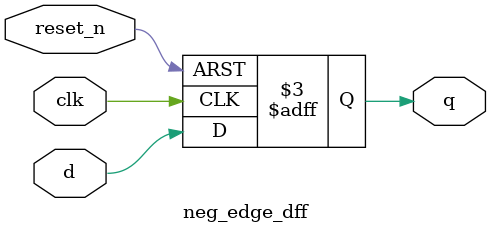
<source format=v>

module neg_edge_dff (
    input clk,
    input reset_n, // Active low reset
    input d,
    output reg q
);
    always @(negedge clk or negedge reset_n) begin
        if (!reset_n)
            q <= 1'b0;
        else
            q <= d;
    end
endmodule


</source>
